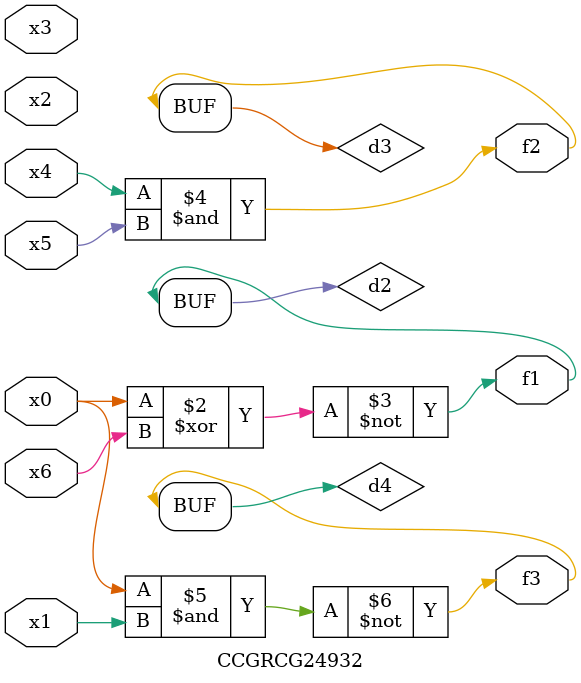
<source format=v>
module CCGRCG24932(
	input x0, x1, x2, x3, x4, x5, x6,
	output f1, f2, f3
);

	wire d1, d2, d3, d4;

	nor (d1, x0);
	xnor (d2, x0, x6);
	and (d3, x4, x5);
	nand (d4, x0, x1);
	assign f1 = d2;
	assign f2 = d3;
	assign f3 = d4;
endmodule

</source>
